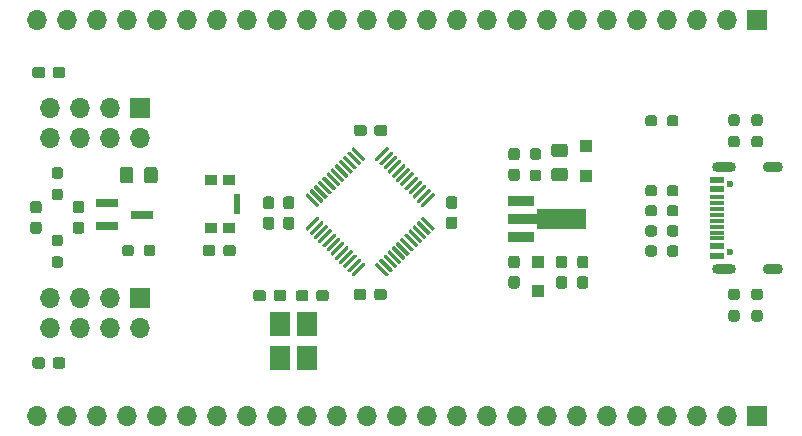
<source format=gts>
G04 #@! TF.GenerationSoftware,KiCad,Pcbnew,5.1.8+dfsg1-1~bpo10+1*
G04 #@! TF.CreationDate,2020-12-17T11:19:26+08:00*
G04 #@! TF.ProjectId,stm32-io-extend,73746d33-322d-4696-9f2d-657874656e64,rev?*
G04 #@! TF.SameCoordinates,PX4cf27c8PY5b7b308*
G04 #@! TF.FileFunction,Soldermask,Top*
G04 #@! TF.FilePolarity,Negative*
%FSLAX46Y46*%
G04 Gerber Fmt 4.6, Leading zero omitted, Abs format (unit mm)*
G04 Created by KiCad (PCBNEW 5.1.8+dfsg1-1~bpo10+1) date 2020-12-17 11:19:26*
%MOMM*%
%LPD*%
G01*
G04 APERTURE LIST*
%ADD10R,1.900000X0.800000*%
%ADD11R,1.800000X2.100000*%
%ADD12C,0.100000*%
%ADD13R,2.300000X0.900000*%
%ADD14R,0.550000X1.700000*%
%ADD15R,1.000000X0.900000*%
%ADD16O,1.700000X1.700000*%
%ADD17R,1.700000X1.700000*%
%ADD18R,1.160000X0.600000*%
%ADD19C,0.600000*%
%ADD20R,1.160000X0.300000*%
%ADD21O,1.700000X0.900000*%
%ADD22O,2.000000X0.900000*%
%ADD23R,1.000000X1.000000*%
G04 APERTURE END LIST*
D10*
G04 #@! TO.C,Q1*
X12415000Y20285000D03*
X9415000Y19335000D03*
X9415000Y21235000D03*
G04 #@! TD*
G04 #@! TO.C,D5*
G36*
G01*
X7252500Y20405000D02*
X6777500Y20405000D01*
G75*
G02*
X6540000Y20642500I0J237500D01*
G01*
X6540000Y21217500D01*
G75*
G02*
X6777500Y21455000I237500J0D01*
G01*
X7252500Y21455000D01*
G75*
G02*
X7490000Y21217500I0J-237500D01*
G01*
X7490000Y20642500D01*
G75*
G02*
X7252500Y20405000I-237500J0D01*
G01*
G37*
G36*
G01*
X7252500Y18655000D02*
X6777500Y18655000D01*
G75*
G02*
X6540000Y18892500I0J237500D01*
G01*
X6540000Y19467500D01*
G75*
G02*
X6777500Y19705000I237500J0D01*
G01*
X7252500Y19705000D01*
G75*
G02*
X7490000Y19467500I0J-237500D01*
G01*
X7490000Y18892500D01*
G75*
G02*
X7252500Y18655000I-237500J0D01*
G01*
G37*
G04 #@! TD*
G04 #@! TO.C,D4*
G36*
G01*
X3652500Y20405000D02*
X3177500Y20405000D01*
G75*
G02*
X2940000Y20642500I0J237500D01*
G01*
X2940000Y21217500D01*
G75*
G02*
X3177500Y21455000I237500J0D01*
G01*
X3652500Y21455000D01*
G75*
G02*
X3890000Y21217500I0J-237500D01*
G01*
X3890000Y20642500D01*
G75*
G02*
X3652500Y20405000I-237500J0D01*
G01*
G37*
G36*
G01*
X3652500Y18655000D02*
X3177500Y18655000D01*
G75*
G02*
X2940000Y18892500I0J237500D01*
G01*
X2940000Y19467500D01*
G75*
G02*
X3177500Y19705000I237500J0D01*
G01*
X3652500Y19705000D01*
G75*
G02*
X3890000Y19467500I0J-237500D01*
G01*
X3890000Y18892500D01*
G75*
G02*
X3652500Y18655000I-237500J0D01*
G01*
G37*
G04 #@! TD*
D11*
G04 #@! TO.C,Y1*
X24055000Y8165000D03*
X24055000Y11065000D03*
X26355000Y11065000D03*
X26355000Y8165000D03*
G04 #@! TD*
G04 #@! TO.C,U2*
G36*
G01*
X27189516Y20939264D02*
X26252600Y21876180D01*
G75*
G02*
X26252600Y21982246I53033J53033D01*
G01*
X26358666Y22088312D01*
G75*
G02*
X26464732Y22088312I53033J-53033D01*
G01*
X27401648Y21151396D01*
G75*
G02*
X27401648Y21045330I-53033J-53033D01*
G01*
X27295582Y20939264D01*
G75*
G02*
X27189516Y20939264I-53033J53033D01*
G01*
G37*
G36*
G01*
X27543070Y21292818D02*
X26606154Y22229734D01*
G75*
G02*
X26606154Y22335800I53033J53033D01*
G01*
X26712220Y22441866D01*
G75*
G02*
X26818286Y22441866I53033J-53033D01*
G01*
X27755202Y21504950D01*
G75*
G02*
X27755202Y21398884I-53033J-53033D01*
G01*
X27649136Y21292818D01*
G75*
G02*
X27543070Y21292818I-53033J53033D01*
G01*
G37*
G36*
G01*
X27896623Y21646371D02*
X26959707Y22583287D01*
G75*
G02*
X26959707Y22689353I53033J53033D01*
G01*
X27065773Y22795419D01*
G75*
G02*
X27171839Y22795419I53033J-53033D01*
G01*
X28108755Y21858503D01*
G75*
G02*
X28108755Y21752437I-53033J-53033D01*
G01*
X28002689Y21646371D01*
G75*
G02*
X27896623Y21646371I-53033J53033D01*
G01*
G37*
G36*
G01*
X28250177Y21999925D02*
X27313261Y22936841D01*
G75*
G02*
X27313261Y23042907I53033J53033D01*
G01*
X27419327Y23148973D01*
G75*
G02*
X27525393Y23148973I53033J-53033D01*
G01*
X28462309Y22212057D01*
G75*
G02*
X28462309Y22105991I-53033J-53033D01*
G01*
X28356243Y21999925D01*
G75*
G02*
X28250177Y21999925I-53033J53033D01*
G01*
G37*
G36*
G01*
X28603730Y22353478D02*
X27666814Y23290394D01*
G75*
G02*
X27666814Y23396460I53033J53033D01*
G01*
X27772880Y23502526D01*
G75*
G02*
X27878946Y23502526I53033J-53033D01*
G01*
X28815862Y22565610D01*
G75*
G02*
X28815862Y22459544I-53033J-53033D01*
G01*
X28709796Y22353478D01*
G75*
G02*
X28603730Y22353478I-53033J53033D01*
G01*
G37*
G36*
G01*
X28957283Y22707031D02*
X28020367Y23643947D01*
G75*
G02*
X28020367Y23750013I53033J53033D01*
G01*
X28126433Y23856079D01*
G75*
G02*
X28232499Y23856079I53033J-53033D01*
G01*
X29169415Y22919163D01*
G75*
G02*
X29169415Y22813097I-53033J-53033D01*
G01*
X29063349Y22707031D01*
G75*
G02*
X28957283Y22707031I-53033J53033D01*
G01*
G37*
G36*
G01*
X29310837Y23060585D02*
X28373921Y23997501D01*
G75*
G02*
X28373921Y24103567I53033J53033D01*
G01*
X28479987Y24209633D01*
G75*
G02*
X28586053Y24209633I53033J-53033D01*
G01*
X29522969Y23272717D01*
G75*
G02*
X29522969Y23166651I-53033J-53033D01*
G01*
X29416903Y23060585D01*
G75*
G02*
X29310837Y23060585I-53033J53033D01*
G01*
G37*
G36*
G01*
X29664390Y23414138D02*
X28727474Y24351054D01*
G75*
G02*
X28727474Y24457120I53033J53033D01*
G01*
X28833540Y24563186D01*
G75*
G02*
X28939606Y24563186I53033J-53033D01*
G01*
X29876522Y23626270D01*
G75*
G02*
X29876522Y23520204I-53033J-53033D01*
G01*
X29770456Y23414138D01*
G75*
G02*
X29664390Y23414138I-53033J53033D01*
G01*
G37*
G36*
G01*
X30017943Y23767691D02*
X29081027Y24704607D01*
G75*
G02*
X29081027Y24810673I53033J53033D01*
G01*
X29187093Y24916739D01*
G75*
G02*
X29293159Y24916739I53033J-53033D01*
G01*
X30230075Y23979823D01*
G75*
G02*
X30230075Y23873757I-53033J-53033D01*
G01*
X30124009Y23767691D01*
G75*
G02*
X30017943Y23767691I-53033J53033D01*
G01*
G37*
G36*
G01*
X30371497Y24121245D02*
X29434581Y25058161D01*
G75*
G02*
X29434581Y25164227I53033J53033D01*
G01*
X29540647Y25270293D01*
G75*
G02*
X29646713Y25270293I53033J-53033D01*
G01*
X30583629Y24333377D01*
G75*
G02*
X30583629Y24227311I-53033J-53033D01*
G01*
X30477563Y24121245D01*
G75*
G02*
X30371497Y24121245I-53033J53033D01*
G01*
G37*
G36*
G01*
X30725050Y24474798D02*
X29788134Y25411714D01*
G75*
G02*
X29788134Y25517780I53033J53033D01*
G01*
X29894200Y25623846D01*
G75*
G02*
X30000266Y25623846I53033J-53033D01*
G01*
X30937182Y24686930D01*
G75*
G02*
X30937182Y24580864I-53033J-53033D01*
G01*
X30831116Y24474798D01*
G75*
G02*
X30725050Y24474798I-53033J53033D01*
G01*
G37*
G36*
G01*
X31078604Y24828352D02*
X30141688Y25765268D01*
G75*
G02*
X30141688Y25871334I53033J53033D01*
G01*
X30247754Y25977400D01*
G75*
G02*
X30353820Y25977400I53033J-53033D01*
G01*
X31290736Y25040484D01*
G75*
G02*
X31290736Y24934418I-53033J-53033D01*
G01*
X31184670Y24828352D01*
G75*
G02*
X31078604Y24828352I-53033J53033D01*
G01*
G37*
G36*
G01*
X32245330Y24828352D02*
X32139264Y24934418D01*
G75*
G02*
X32139264Y25040484I53033J53033D01*
G01*
X33076180Y25977400D01*
G75*
G02*
X33182246Y25977400I53033J-53033D01*
G01*
X33288312Y25871334D01*
G75*
G02*
X33288312Y25765268I-53033J-53033D01*
G01*
X32351396Y24828352D01*
G75*
G02*
X32245330Y24828352I-53033J53033D01*
G01*
G37*
G36*
G01*
X32598884Y24474798D02*
X32492818Y24580864D01*
G75*
G02*
X32492818Y24686930I53033J53033D01*
G01*
X33429734Y25623846D01*
G75*
G02*
X33535800Y25623846I53033J-53033D01*
G01*
X33641866Y25517780D01*
G75*
G02*
X33641866Y25411714I-53033J-53033D01*
G01*
X32704950Y24474798D01*
G75*
G02*
X32598884Y24474798I-53033J53033D01*
G01*
G37*
G36*
G01*
X32952437Y24121245D02*
X32846371Y24227311D01*
G75*
G02*
X32846371Y24333377I53033J53033D01*
G01*
X33783287Y25270293D01*
G75*
G02*
X33889353Y25270293I53033J-53033D01*
G01*
X33995419Y25164227D01*
G75*
G02*
X33995419Y25058161I-53033J-53033D01*
G01*
X33058503Y24121245D01*
G75*
G02*
X32952437Y24121245I-53033J53033D01*
G01*
G37*
G36*
G01*
X33305991Y23767691D02*
X33199925Y23873757D01*
G75*
G02*
X33199925Y23979823I53033J53033D01*
G01*
X34136841Y24916739D01*
G75*
G02*
X34242907Y24916739I53033J-53033D01*
G01*
X34348973Y24810673D01*
G75*
G02*
X34348973Y24704607I-53033J-53033D01*
G01*
X33412057Y23767691D01*
G75*
G02*
X33305991Y23767691I-53033J53033D01*
G01*
G37*
G36*
G01*
X33659544Y23414138D02*
X33553478Y23520204D01*
G75*
G02*
X33553478Y23626270I53033J53033D01*
G01*
X34490394Y24563186D01*
G75*
G02*
X34596460Y24563186I53033J-53033D01*
G01*
X34702526Y24457120D01*
G75*
G02*
X34702526Y24351054I-53033J-53033D01*
G01*
X33765610Y23414138D01*
G75*
G02*
X33659544Y23414138I-53033J53033D01*
G01*
G37*
G36*
G01*
X34013097Y23060585D02*
X33907031Y23166651D01*
G75*
G02*
X33907031Y23272717I53033J53033D01*
G01*
X34843947Y24209633D01*
G75*
G02*
X34950013Y24209633I53033J-53033D01*
G01*
X35056079Y24103567D01*
G75*
G02*
X35056079Y23997501I-53033J-53033D01*
G01*
X34119163Y23060585D01*
G75*
G02*
X34013097Y23060585I-53033J53033D01*
G01*
G37*
G36*
G01*
X34366651Y22707031D02*
X34260585Y22813097D01*
G75*
G02*
X34260585Y22919163I53033J53033D01*
G01*
X35197501Y23856079D01*
G75*
G02*
X35303567Y23856079I53033J-53033D01*
G01*
X35409633Y23750013D01*
G75*
G02*
X35409633Y23643947I-53033J-53033D01*
G01*
X34472717Y22707031D01*
G75*
G02*
X34366651Y22707031I-53033J53033D01*
G01*
G37*
G36*
G01*
X34720204Y22353478D02*
X34614138Y22459544D01*
G75*
G02*
X34614138Y22565610I53033J53033D01*
G01*
X35551054Y23502526D01*
G75*
G02*
X35657120Y23502526I53033J-53033D01*
G01*
X35763186Y23396460D01*
G75*
G02*
X35763186Y23290394I-53033J-53033D01*
G01*
X34826270Y22353478D01*
G75*
G02*
X34720204Y22353478I-53033J53033D01*
G01*
G37*
G36*
G01*
X35073757Y21999925D02*
X34967691Y22105991D01*
G75*
G02*
X34967691Y22212057I53033J53033D01*
G01*
X35904607Y23148973D01*
G75*
G02*
X36010673Y23148973I53033J-53033D01*
G01*
X36116739Y23042907D01*
G75*
G02*
X36116739Y22936841I-53033J-53033D01*
G01*
X35179823Y21999925D01*
G75*
G02*
X35073757Y21999925I-53033J53033D01*
G01*
G37*
G36*
G01*
X35427311Y21646371D02*
X35321245Y21752437D01*
G75*
G02*
X35321245Y21858503I53033J53033D01*
G01*
X36258161Y22795419D01*
G75*
G02*
X36364227Y22795419I53033J-53033D01*
G01*
X36470293Y22689353D01*
G75*
G02*
X36470293Y22583287I-53033J-53033D01*
G01*
X35533377Y21646371D01*
G75*
G02*
X35427311Y21646371I-53033J53033D01*
G01*
G37*
G36*
G01*
X35780864Y21292818D02*
X35674798Y21398884D01*
G75*
G02*
X35674798Y21504950I53033J53033D01*
G01*
X36611714Y22441866D01*
G75*
G02*
X36717780Y22441866I53033J-53033D01*
G01*
X36823846Y22335800D01*
G75*
G02*
X36823846Y22229734I-53033J-53033D01*
G01*
X35886930Y21292818D01*
G75*
G02*
X35780864Y21292818I-53033J53033D01*
G01*
G37*
G36*
G01*
X36134418Y20939264D02*
X36028352Y21045330D01*
G75*
G02*
X36028352Y21151396I53033J53033D01*
G01*
X36965268Y22088312D01*
G75*
G02*
X37071334Y22088312I53033J-53033D01*
G01*
X37177400Y21982246D01*
G75*
G02*
X37177400Y21876180I-53033J-53033D01*
G01*
X36240484Y20939264D01*
G75*
G02*
X36134418Y20939264I-53033J53033D01*
G01*
G37*
G36*
G01*
X36965268Y18941688D02*
X36028352Y19878604D01*
G75*
G02*
X36028352Y19984670I53033J53033D01*
G01*
X36134418Y20090736D01*
G75*
G02*
X36240484Y20090736I53033J-53033D01*
G01*
X37177400Y19153820D01*
G75*
G02*
X37177400Y19047754I-53033J-53033D01*
G01*
X37071334Y18941688D01*
G75*
G02*
X36965268Y18941688I-53033J53033D01*
G01*
G37*
G36*
G01*
X36611714Y18588134D02*
X35674798Y19525050D01*
G75*
G02*
X35674798Y19631116I53033J53033D01*
G01*
X35780864Y19737182D01*
G75*
G02*
X35886930Y19737182I53033J-53033D01*
G01*
X36823846Y18800266D01*
G75*
G02*
X36823846Y18694200I-53033J-53033D01*
G01*
X36717780Y18588134D01*
G75*
G02*
X36611714Y18588134I-53033J53033D01*
G01*
G37*
G36*
G01*
X36258161Y18234581D02*
X35321245Y19171497D01*
G75*
G02*
X35321245Y19277563I53033J53033D01*
G01*
X35427311Y19383629D01*
G75*
G02*
X35533377Y19383629I53033J-53033D01*
G01*
X36470293Y18446713D01*
G75*
G02*
X36470293Y18340647I-53033J-53033D01*
G01*
X36364227Y18234581D01*
G75*
G02*
X36258161Y18234581I-53033J53033D01*
G01*
G37*
G36*
G01*
X35904607Y17881027D02*
X34967691Y18817943D01*
G75*
G02*
X34967691Y18924009I53033J53033D01*
G01*
X35073757Y19030075D01*
G75*
G02*
X35179823Y19030075I53033J-53033D01*
G01*
X36116739Y18093159D01*
G75*
G02*
X36116739Y17987093I-53033J-53033D01*
G01*
X36010673Y17881027D01*
G75*
G02*
X35904607Y17881027I-53033J53033D01*
G01*
G37*
G36*
G01*
X35551054Y17527474D02*
X34614138Y18464390D01*
G75*
G02*
X34614138Y18570456I53033J53033D01*
G01*
X34720204Y18676522D01*
G75*
G02*
X34826270Y18676522I53033J-53033D01*
G01*
X35763186Y17739606D01*
G75*
G02*
X35763186Y17633540I-53033J-53033D01*
G01*
X35657120Y17527474D01*
G75*
G02*
X35551054Y17527474I-53033J53033D01*
G01*
G37*
G36*
G01*
X35197501Y17173921D02*
X34260585Y18110837D01*
G75*
G02*
X34260585Y18216903I53033J53033D01*
G01*
X34366651Y18322969D01*
G75*
G02*
X34472717Y18322969I53033J-53033D01*
G01*
X35409633Y17386053D01*
G75*
G02*
X35409633Y17279987I-53033J-53033D01*
G01*
X35303567Y17173921D01*
G75*
G02*
X35197501Y17173921I-53033J53033D01*
G01*
G37*
G36*
G01*
X34843947Y16820367D02*
X33907031Y17757283D01*
G75*
G02*
X33907031Y17863349I53033J53033D01*
G01*
X34013097Y17969415D01*
G75*
G02*
X34119163Y17969415I53033J-53033D01*
G01*
X35056079Y17032499D01*
G75*
G02*
X35056079Y16926433I-53033J-53033D01*
G01*
X34950013Y16820367D01*
G75*
G02*
X34843947Y16820367I-53033J53033D01*
G01*
G37*
G36*
G01*
X34490394Y16466814D02*
X33553478Y17403730D01*
G75*
G02*
X33553478Y17509796I53033J53033D01*
G01*
X33659544Y17615862D01*
G75*
G02*
X33765610Y17615862I53033J-53033D01*
G01*
X34702526Y16678946D01*
G75*
G02*
X34702526Y16572880I-53033J-53033D01*
G01*
X34596460Y16466814D01*
G75*
G02*
X34490394Y16466814I-53033J53033D01*
G01*
G37*
G36*
G01*
X34136841Y16113261D02*
X33199925Y17050177D01*
G75*
G02*
X33199925Y17156243I53033J53033D01*
G01*
X33305991Y17262309D01*
G75*
G02*
X33412057Y17262309I53033J-53033D01*
G01*
X34348973Y16325393D01*
G75*
G02*
X34348973Y16219327I-53033J-53033D01*
G01*
X34242907Y16113261D01*
G75*
G02*
X34136841Y16113261I-53033J53033D01*
G01*
G37*
G36*
G01*
X33783287Y15759707D02*
X32846371Y16696623D01*
G75*
G02*
X32846371Y16802689I53033J53033D01*
G01*
X32952437Y16908755D01*
G75*
G02*
X33058503Y16908755I53033J-53033D01*
G01*
X33995419Y15971839D01*
G75*
G02*
X33995419Y15865773I-53033J-53033D01*
G01*
X33889353Y15759707D01*
G75*
G02*
X33783287Y15759707I-53033J53033D01*
G01*
G37*
G36*
G01*
X33429734Y15406154D02*
X32492818Y16343070D01*
G75*
G02*
X32492818Y16449136I53033J53033D01*
G01*
X32598884Y16555202D01*
G75*
G02*
X32704950Y16555202I53033J-53033D01*
G01*
X33641866Y15618286D01*
G75*
G02*
X33641866Y15512220I-53033J-53033D01*
G01*
X33535800Y15406154D01*
G75*
G02*
X33429734Y15406154I-53033J53033D01*
G01*
G37*
G36*
G01*
X33076180Y15052600D02*
X32139264Y15989516D01*
G75*
G02*
X32139264Y16095582I53033J53033D01*
G01*
X32245330Y16201648D01*
G75*
G02*
X32351396Y16201648I53033J-53033D01*
G01*
X33288312Y15264732D01*
G75*
G02*
X33288312Y15158666I-53033J-53033D01*
G01*
X33182246Y15052600D01*
G75*
G02*
X33076180Y15052600I-53033J53033D01*
G01*
G37*
G36*
G01*
X30247754Y15052600D02*
X30141688Y15158666D01*
G75*
G02*
X30141688Y15264732I53033J53033D01*
G01*
X31078604Y16201648D01*
G75*
G02*
X31184670Y16201648I53033J-53033D01*
G01*
X31290736Y16095582D01*
G75*
G02*
X31290736Y15989516I-53033J-53033D01*
G01*
X30353820Y15052600D01*
G75*
G02*
X30247754Y15052600I-53033J53033D01*
G01*
G37*
G36*
G01*
X29894200Y15406154D02*
X29788134Y15512220D01*
G75*
G02*
X29788134Y15618286I53033J53033D01*
G01*
X30725050Y16555202D01*
G75*
G02*
X30831116Y16555202I53033J-53033D01*
G01*
X30937182Y16449136D01*
G75*
G02*
X30937182Y16343070I-53033J-53033D01*
G01*
X30000266Y15406154D01*
G75*
G02*
X29894200Y15406154I-53033J53033D01*
G01*
G37*
G36*
G01*
X29540647Y15759707D02*
X29434581Y15865773D01*
G75*
G02*
X29434581Y15971839I53033J53033D01*
G01*
X30371497Y16908755D01*
G75*
G02*
X30477563Y16908755I53033J-53033D01*
G01*
X30583629Y16802689D01*
G75*
G02*
X30583629Y16696623I-53033J-53033D01*
G01*
X29646713Y15759707D01*
G75*
G02*
X29540647Y15759707I-53033J53033D01*
G01*
G37*
G36*
G01*
X29187093Y16113261D02*
X29081027Y16219327D01*
G75*
G02*
X29081027Y16325393I53033J53033D01*
G01*
X30017943Y17262309D01*
G75*
G02*
X30124009Y17262309I53033J-53033D01*
G01*
X30230075Y17156243D01*
G75*
G02*
X30230075Y17050177I-53033J-53033D01*
G01*
X29293159Y16113261D01*
G75*
G02*
X29187093Y16113261I-53033J53033D01*
G01*
G37*
G36*
G01*
X28833540Y16466814D02*
X28727474Y16572880D01*
G75*
G02*
X28727474Y16678946I53033J53033D01*
G01*
X29664390Y17615862D01*
G75*
G02*
X29770456Y17615862I53033J-53033D01*
G01*
X29876522Y17509796D01*
G75*
G02*
X29876522Y17403730I-53033J-53033D01*
G01*
X28939606Y16466814D01*
G75*
G02*
X28833540Y16466814I-53033J53033D01*
G01*
G37*
G36*
G01*
X28479987Y16820367D02*
X28373921Y16926433D01*
G75*
G02*
X28373921Y17032499I53033J53033D01*
G01*
X29310837Y17969415D01*
G75*
G02*
X29416903Y17969415I53033J-53033D01*
G01*
X29522969Y17863349D01*
G75*
G02*
X29522969Y17757283I-53033J-53033D01*
G01*
X28586053Y16820367D01*
G75*
G02*
X28479987Y16820367I-53033J53033D01*
G01*
G37*
G36*
G01*
X28126433Y17173921D02*
X28020367Y17279987D01*
G75*
G02*
X28020367Y17386053I53033J53033D01*
G01*
X28957283Y18322969D01*
G75*
G02*
X29063349Y18322969I53033J-53033D01*
G01*
X29169415Y18216903D01*
G75*
G02*
X29169415Y18110837I-53033J-53033D01*
G01*
X28232499Y17173921D01*
G75*
G02*
X28126433Y17173921I-53033J53033D01*
G01*
G37*
G36*
G01*
X27772880Y17527474D02*
X27666814Y17633540D01*
G75*
G02*
X27666814Y17739606I53033J53033D01*
G01*
X28603730Y18676522D01*
G75*
G02*
X28709796Y18676522I53033J-53033D01*
G01*
X28815862Y18570456D01*
G75*
G02*
X28815862Y18464390I-53033J-53033D01*
G01*
X27878946Y17527474D01*
G75*
G02*
X27772880Y17527474I-53033J53033D01*
G01*
G37*
G36*
G01*
X27419327Y17881027D02*
X27313261Y17987093D01*
G75*
G02*
X27313261Y18093159I53033J53033D01*
G01*
X28250177Y19030075D01*
G75*
G02*
X28356243Y19030075I53033J-53033D01*
G01*
X28462309Y18924009D01*
G75*
G02*
X28462309Y18817943I-53033J-53033D01*
G01*
X27525393Y17881027D01*
G75*
G02*
X27419327Y17881027I-53033J53033D01*
G01*
G37*
G36*
G01*
X27065773Y18234581D02*
X26959707Y18340647D01*
G75*
G02*
X26959707Y18446713I53033J53033D01*
G01*
X27896623Y19383629D01*
G75*
G02*
X28002689Y19383629I53033J-53033D01*
G01*
X28108755Y19277563D01*
G75*
G02*
X28108755Y19171497I-53033J-53033D01*
G01*
X27171839Y18234581D01*
G75*
G02*
X27065773Y18234581I-53033J53033D01*
G01*
G37*
G36*
G01*
X26712220Y18588134D02*
X26606154Y18694200D01*
G75*
G02*
X26606154Y18800266I53033J53033D01*
G01*
X27543070Y19737182D01*
G75*
G02*
X27649136Y19737182I53033J-53033D01*
G01*
X27755202Y19631116D01*
G75*
G02*
X27755202Y19525050I-53033J-53033D01*
G01*
X26818286Y18588134D01*
G75*
G02*
X26712220Y18588134I-53033J53033D01*
G01*
G37*
G36*
G01*
X26358666Y18941688D02*
X26252600Y19047754D01*
G75*
G02*
X26252600Y19153820I53033J53033D01*
G01*
X27189516Y20090736D01*
G75*
G02*
X27295582Y20090736I53033J-53033D01*
G01*
X27401648Y19984670D01*
G75*
G02*
X27401648Y19878604I-53033J-53033D01*
G01*
X26464732Y18941688D01*
G75*
G02*
X26358666Y18941688I-53033J53033D01*
G01*
G37*
G04 #@! TD*
D12*
G04 #@! TO.C,U1*
G36*
X49955000Y19038500D02*
G01*
X45830000Y19038500D01*
X45830000Y19455000D01*
X43355000Y19455000D01*
X43355000Y20355000D01*
X45830000Y20355000D01*
X45830000Y20771500D01*
X49955000Y20771500D01*
X49955000Y19038500D01*
G37*
D13*
X44505000Y18405000D03*
X44505000Y21405000D03*
G04 #@! TD*
D14*
G04 #@! TO.C,SW1*
X20420000Y21195000D03*
D15*
X19795000Y23245000D03*
X18195000Y23245000D03*
X19795000Y19145000D03*
X18195000Y19145000D03*
G04 #@! TD*
G04 #@! TO.C,R13*
G36*
G01*
X62277500Y12200000D02*
X62752500Y12200000D01*
G75*
G02*
X62990000Y11962500I0J-237500D01*
G01*
X62990000Y11462500D01*
G75*
G02*
X62752500Y11225000I-237500J0D01*
G01*
X62277500Y11225000D01*
G75*
G02*
X62040000Y11462500I0J237500D01*
G01*
X62040000Y11962500D01*
G75*
G02*
X62277500Y12200000I237500J0D01*
G01*
G37*
G36*
G01*
X62277500Y14025000D02*
X62752500Y14025000D01*
G75*
G02*
X62990000Y13787500I0J-237500D01*
G01*
X62990000Y13287500D01*
G75*
G02*
X62752500Y13050000I-237500J0D01*
G01*
X62277500Y13050000D01*
G75*
G02*
X62040000Y13287500I0J237500D01*
G01*
X62040000Y13787500D01*
G75*
G02*
X62277500Y14025000I237500J0D01*
G01*
G37*
G04 #@! TD*
G04 #@! TO.C,R12*
G36*
G01*
X64702500Y13050000D02*
X64227500Y13050000D01*
G75*
G02*
X63990000Y13287500I0J237500D01*
G01*
X63990000Y13787500D01*
G75*
G02*
X64227500Y14025000I237500J0D01*
G01*
X64702500Y14025000D01*
G75*
G02*
X64940000Y13787500I0J-237500D01*
G01*
X64940000Y13287500D01*
G75*
G02*
X64702500Y13050000I-237500J0D01*
G01*
G37*
G36*
G01*
X64702500Y11225000D02*
X64227500Y11225000D01*
G75*
G02*
X63990000Y11462500I0J237500D01*
G01*
X63990000Y11962500D01*
G75*
G02*
X64227500Y12200000I237500J0D01*
G01*
X64702500Y12200000D01*
G75*
G02*
X64940000Y11962500I0J-237500D01*
G01*
X64940000Y11462500D01*
G75*
G02*
X64702500Y11225000I-237500J0D01*
G01*
G37*
G04 #@! TD*
G04 #@! TO.C,R11*
G36*
G01*
X62752500Y27800000D02*
X62277500Y27800000D01*
G75*
G02*
X62040000Y28037500I0J237500D01*
G01*
X62040000Y28537500D01*
G75*
G02*
X62277500Y28775000I237500J0D01*
G01*
X62752500Y28775000D01*
G75*
G02*
X62990000Y28537500I0J-237500D01*
G01*
X62990000Y28037500D01*
G75*
G02*
X62752500Y27800000I-237500J0D01*
G01*
G37*
G36*
G01*
X62752500Y25975000D02*
X62277500Y25975000D01*
G75*
G02*
X62040000Y26212500I0J237500D01*
G01*
X62040000Y26712500D01*
G75*
G02*
X62277500Y26950000I237500J0D01*
G01*
X62752500Y26950000D01*
G75*
G02*
X62990000Y26712500I0J-237500D01*
G01*
X62990000Y26212500D01*
G75*
G02*
X62752500Y25975000I-237500J0D01*
G01*
G37*
G04 #@! TD*
G04 #@! TO.C,R10*
G36*
G01*
X64227500Y26950000D02*
X64702500Y26950000D01*
G75*
G02*
X64940000Y26712500I0J-237500D01*
G01*
X64940000Y26212500D01*
G75*
G02*
X64702500Y25975000I-237500J0D01*
G01*
X64227500Y25975000D01*
G75*
G02*
X63990000Y26212500I0J237500D01*
G01*
X63990000Y26712500D01*
G75*
G02*
X64227500Y26950000I237500J0D01*
G01*
G37*
G36*
G01*
X64227500Y28775000D02*
X64702500Y28775000D01*
G75*
G02*
X64940000Y28537500I0J-237500D01*
G01*
X64940000Y28037500D01*
G75*
G02*
X64702500Y27800000I-237500J0D01*
G01*
X64227500Y27800000D01*
G75*
G02*
X63990000Y28037500I0J237500D01*
G01*
X63990000Y28537500D01*
G75*
G02*
X64227500Y28775000I237500J0D01*
G01*
G37*
G04 #@! TD*
G04 #@! TO.C,R9*
G36*
G01*
X4977500Y16760000D02*
X5452500Y16760000D01*
G75*
G02*
X5690000Y16522500I0J-237500D01*
G01*
X5690000Y16022500D01*
G75*
G02*
X5452500Y15785000I-237500J0D01*
G01*
X4977500Y15785000D01*
G75*
G02*
X4740000Y16022500I0J237500D01*
G01*
X4740000Y16522500D01*
G75*
G02*
X4977500Y16760000I237500J0D01*
G01*
G37*
G36*
G01*
X4977500Y18585000D02*
X5452500Y18585000D01*
G75*
G02*
X5690000Y18347500I0J-237500D01*
G01*
X5690000Y17847500D01*
G75*
G02*
X5452500Y17610000I-237500J0D01*
G01*
X4977500Y17610000D01*
G75*
G02*
X4740000Y17847500I0J237500D01*
G01*
X4740000Y18347500D01*
G75*
G02*
X4977500Y18585000I237500J0D01*
G01*
G37*
G04 #@! TD*
G04 #@! TO.C,R8*
G36*
G01*
X12540000Y17007500D02*
X12540000Y17482500D01*
G75*
G02*
X12777500Y17720000I237500J0D01*
G01*
X13277500Y17720000D01*
G75*
G02*
X13515000Y17482500I0J-237500D01*
G01*
X13515000Y17007500D01*
G75*
G02*
X13277500Y16770000I-237500J0D01*
G01*
X12777500Y16770000D01*
G75*
G02*
X12540000Y17007500I0J237500D01*
G01*
G37*
G36*
G01*
X10715000Y17007500D02*
X10715000Y17482500D01*
G75*
G02*
X10952500Y17720000I237500J0D01*
G01*
X11452500Y17720000D01*
G75*
G02*
X11690000Y17482500I0J-237500D01*
G01*
X11690000Y17007500D01*
G75*
G02*
X11452500Y16770000I-237500J0D01*
G01*
X10952500Y16770000D01*
G75*
G02*
X10715000Y17007500I0J237500D01*
G01*
G37*
G04 #@! TD*
G04 #@! TO.C,R7*
G36*
G01*
X5452500Y23330000D02*
X4977500Y23330000D01*
G75*
G02*
X4740000Y23567500I0J237500D01*
G01*
X4740000Y24067500D01*
G75*
G02*
X4977500Y24305000I237500J0D01*
G01*
X5452500Y24305000D01*
G75*
G02*
X5690000Y24067500I0J-237500D01*
G01*
X5690000Y23567500D01*
G75*
G02*
X5452500Y23330000I-237500J0D01*
G01*
G37*
G36*
G01*
X5452500Y21505000D02*
X4977500Y21505000D01*
G75*
G02*
X4740000Y21742500I0J237500D01*
G01*
X4740000Y22242500D01*
G75*
G02*
X4977500Y22480000I237500J0D01*
G01*
X5452500Y22480000D01*
G75*
G02*
X5690000Y22242500I0J-237500D01*
G01*
X5690000Y21742500D01*
G75*
G02*
X5452500Y21505000I-237500J0D01*
G01*
G37*
G04 #@! TD*
G04 #@! TO.C,R6*
G36*
G01*
X56840000Y27987500D02*
X56840000Y28462500D01*
G75*
G02*
X57077500Y28700000I237500J0D01*
G01*
X57577500Y28700000D01*
G75*
G02*
X57815000Y28462500I0J-237500D01*
G01*
X57815000Y27987500D01*
G75*
G02*
X57577500Y27750000I-237500J0D01*
G01*
X57077500Y27750000D01*
G75*
G02*
X56840000Y27987500I0J237500D01*
G01*
G37*
G36*
G01*
X55015000Y27987500D02*
X55015000Y28462500D01*
G75*
G02*
X55252500Y28700000I237500J0D01*
G01*
X55752500Y28700000D01*
G75*
G02*
X55990000Y28462500I0J-237500D01*
G01*
X55990000Y27987500D01*
G75*
G02*
X55752500Y27750000I-237500J0D01*
G01*
X55252500Y27750000D01*
G75*
G02*
X55015000Y27987500I0J237500D01*
G01*
G37*
G04 #@! TD*
G04 #@! TO.C,R5*
G36*
G01*
X56840000Y20367500D02*
X56840000Y20842500D01*
G75*
G02*
X57077500Y21080000I237500J0D01*
G01*
X57577500Y21080000D01*
G75*
G02*
X57815000Y20842500I0J-237500D01*
G01*
X57815000Y20367500D01*
G75*
G02*
X57577500Y20130000I-237500J0D01*
G01*
X57077500Y20130000D01*
G75*
G02*
X56840000Y20367500I0J237500D01*
G01*
G37*
G36*
G01*
X55015000Y20367500D02*
X55015000Y20842500D01*
G75*
G02*
X55252500Y21080000I237500J0D01*
G01*
X55752500Y21080000D01*
G75*
G02*
X55990000Y20842500I0J-237500D01*
G01*
X55990000Y20367500D01*
G75*
G02*
X55752500Y20130000I-237500J0D01*
G01*
X55252500Y20130000D01*
G75*
G02*
X55015000Y20367500I0J237500D01*
G01*
G37*
G04 #@! TD*
G04 #@! TO.C,R4*
G36*
G01*
X55990000Y22542500D02*
X55990000Y22067500D01*
G75*
G02*
X55752500Y21830000I-237500J0D01*
G01*
X55252500Y21830000D01*
G75*
G02*
X55015000Y22067500I0J237500D01*
G01*
X55015000Y22542500D01*
G75*
G02*
X55252500Y22780000I237500J0D01*
G01*
X55752500Y22780000D01*
G75*
G02*
X55990000Y22542500I0J-237500D01*
G01*
G37*
G36*
G01*
X57815000Y22542500D02*
X57815000Y22067500D01*
G75*
G02*
X57577500Y21830000I-237500J0D01*
G01*
X57077500Y21830000D01*
G75*
G02*
X56840000Y22067500I0J237500D01*
G01*
X56840000Y22542500D01*
G75*
G02*
X57077500Y22780000I237500J0D01*
G01*
X57577500Y22780000D01*
G75*
G02*
X57815000Y22542500I0J-237500D01*
G01*
G37*
G04 #@! TD*
G04 #@! TO.C,R3*
G36*
G01*
X56840000Y18667500D02*
X56840000Y19142500D01*
G75*
G02*
X57077500Y19380000I237500J0D01*
G01*
X57577500Y19380000D01*
G75*
G02*
X57815000Y19142500I0J-237500D01*
G01*
X57815000Y18667500D01*
G75*
G02*
X57577500Y18430000I-237500J0D01*
G01*
X57077500Y18430000D01*
G75*
G02*
X56840000Y18667500I0J237500D01*
G01*
G37*
G36*
G01*
X55015000Y18667500D02*
X55015000Y19142500D01*
G75*
G02*
X55252500Y19380000I237500J0D01*
G01*
X55752500Y19380000D01*
G75*
G02*
X55990000Y19142500I0J-237500D01*
G01*
X55990000Y18667500D01*
G75*
G02*
X55752500Y18430000I-237500J0D01*
G01*
X55252500Y18430000D01*
G75*
G02*
X55015000Y18667500I0J237500D01*
G01*
G37*
G04 #@! TD*
G04 #@! TO.C,R2*
G36*
G01*
X56840000Y16967500D02*
X56840000Y17442500D01*
G75*
G02*
X57077500Y17680000I237500J0D01*
G01*
X57577500Y17680000D01*
G75*
G02*
X57815000Y17442500I0J-237500D01*
G01*
X57815000Y16967500D01*
G75*
G02*
X57577500Y16730000I-237500J0D01*
G01*
X57077500Y16730000D01*
G75*
G02*
X56840000Y16967500I0J237500D01*
G01*
G37*
G36*
G01*
X55015000Y16967500D02*
X55015000Y17442500D01*
G75*
G02*
X55252500Y17680000I237500J0D01*
G01*
X55752500Y17680000D01*
G75*
G02*
X55990000Y17442500I0J-237500D01*
G01*
X55990000Y16967500D01*
G75*
G02*
X55752500Y16730000I-237500J0D01*
G01*
X55252500Y16730000D01*
G75*
G02*
X55015000Y16967500I0J237500D01*
G01*
G37*
G04 #@! TD*
G04 #@! TO.C,R1*
G36*
G01*
X45952500Y24930000D02*
X45477500Y24930000D01*
G75*
G02*
X45240000Y25167500I0J237500D01*
G01*
X45240000Y25667500D01*
G75*
G02*
X45477500Y25905000I237500J0D01*
G01*
X45952500Y25905000D01*
G75*
G02*
X46190000Y25667500I0J-237500D01*
G01*
X46190000Y25167500D01*
G75*
G02*
X45952500Y24930000I-237500J0D01*
G01*
G37*
G36*
G01*
X45952500Y23105000D02*
X45477500Y23105000D01*
G75*
G02*
X45240000Y23342500I0J237500D01*
G01*
X45240000Y23842500D01*
G75*
G02*
X45477500Y24080000I237500J0D01*
G01*
X45952500Y24080000D01*
G75*
G02*
X46190000Y23842500I0J-237500D01*
G01*
X46190000Y23342500D01*
G75*
G02*
X45952500Y23105000I-237500J0D01*
G01*
G37*
G04 #@! TD*
D16*
G04 #@! TO.C,J5*
X3515000Y3275000D03*
X6055000Y3275000D03*
X8595000Y3275000D03*
X11135000Y3275000D03*
X13675000Y3275000D03*
X16215000Y3275000D03*
X18755000Y3275000D03*
X21295000Y3275000D03*
X23835000Y3275000D03*
X26375000Y3275000D03*
X28915000Y3275000D03*
X31455000Y3275000D03*
X33995000Y3275000D03*
X36535000Y3275000D03*
X39075000Y3275000D03*
X41615000Y3275000D03*
X44155000Y3275000D03*
X46695000Y3275000D03*
X49235000Y3275000D03*
X51775000Y3275000D03*
X54315000Y3275000D03*
X56855000Y3275000D03*
X59395000Y3275000D03*
X61935000Y3275000D03*
D17*
X64475000Y3275000D03*
G04 #@! TD*
D16*
G04 #@! TO.C,J4*
X3515000Y36725000D03*
X6055000Y36725000D03*
X8595000Y36725000D03*
X11135000Y36725000D03*
X13675000Y36725000D03*
X16215000Y36725000D03*
X18755000Y36725000D03*
X21295000Y36725000D03*
X23835000Y36725000D03*
X26375000Y36725000D03*
X28915000Y36725000D03*
X31455000Y36725000D03*
X33995000Y36725000D03*
X36535000Y36725000D03*
X39075000Y36725000D03*
X41615000Y36725000D03*
X44155000Y36725000D03*
X46695000Y36725000D03*
X49235000Y36725000D03*
X51775000Y36725000D03*
X54315000Y36725000D03*
X56855000Y36725000D03*
X59395000Y36725000D03*
X61935000Y36725000D03*
D17*
X64475000Y36725000D03*
G04 #@! TD*
D16*
G04 #@! TO.C,J3*
X4575000Y10675000D03*
X4575000Y13215000D03*
X7115000Y10675000D03*
X7115000Y13215000D03*
X9655000Y10675000D03*
X9655000Y13215000D03*
X12195000Y10675000D03*
D17*
X12195000Y13215000D03*
G04 #@! TD*
D16*
G04 #@! TO.C,J2*
X4575000Y26805000D03*
X4575000Y29345000D03*
X7115000Y26805000D03*
X7115000Y29345000D03*
X9655000Y26805000D03*
X9655000Y29345000D03*
X12195000Y26805000D03*
D17*
X12195000Y29345000D03*
G04 #@! TD*
D18*
G04 #@! TO.C,J1*
X61105000Y23225000D03*
X61105000Y22425000D03*
X61105000Y23225000D03*
X61105000Y22425000D03*
X61105000Y16825000D03*
X61105000Y16825000D03*
X61105000Y17625000D03*
X61105000Y17625000D03*
D19*
X62165000Y17135000D03*
X62165000Y22915000D03*
D20*
X61105000Y21775000D03*
X61105000Y20775000D03*
X61105000Y21275000D03*
X61105000Y18775000D03*
X61105000Y18275000D03*
X61105000Y20275000D03*
X61105000Y19775000D03*
X61105000Y19275000D03*
D21*
X65855000Y24345000D03*
X65855000Y15705000D03*
D22*
X61685000Y24345000D03*
X61685000Y15705000D03*
G04 #@! TD*
G04 #@! TO.C,F2*
G36*
G01*
X11665000Y24075001D02*
X11665000Y23174999D01*
G75*
G02*
X11415001Y22925000I-249999J0D01*
G01*
X10764999Y22925000D01*
G75*
G02*
X10515000Y23174999I0J249999D01*
G01*
X10515000Y24075001D01*
G75*
G02*
X10764999Y24325000I249999J0D01*
G01*
X11415001Y24325000D01*
G75*
G02*
X11665000Y24075001I0J-249999D01*
G01*
G37*
G36*
G01*
X13715000Y24075001D02*
X13715000Y23174999D01*
G75*
G02*
X13465001Y22925000I-249999J0D01*
G01*
X12814999Y22925000D01*
G75*
G02*
X12565000Y23174999I0J249999D01*
G01*
X12565000Y24075001D01*
G75*
G02*
X12814999Y24325000I249999J0D01*
G01*
X13465001Y24325000D01*
G75*
G02*
X13715000Y24075001I0J-249999D01*
G01*
G37*
G04 #@! TD*
G04 #@! TO.C,F1*
G36*
G01*
X48205001Y25155000D02*
X47304999Y25155000D01*
G75*
G02*
X47055000Y25404999I0J249999D01*
G01*
X47055000Y26055001D01*
G75*
G02*
X47304999Y26305000I249999J0D01*
G01*
X48205001Y26305000D01*
G75*
G02*
X48455000Y26055001I0J-249999D01*
G01*
X48455000Y25404999D01*
G75*
G02*
X48205001Y25155000I-249999J0D01*
G01*
G37*
G36*
G01*
X48205001Y23105000D02*
X47304999Y23105000D01*
G75*
G02*
X47055000Y23354999I0J249999D01*
G01*
X47055000Y24005001D01*
G75*
G02*
X47304999Y24255000I249999J0D01*
G01*
X48205001Y24255000D01*
G75*
G02*
X48455000Y24005001I0J-249999D01*
G01*
X48455000Y23354999D01*
G75*
G02*
X48205001Y23105000I-249999J0D01*
G01*
G37*
G04 #@! TD*
D23*
G04 #@! TO.C,D3*
X45915000Y16305000D03*
X45915000Y13805000D03*
G04 #@! TD*
G04 #@! TO.C,D2*
G36*
G01*
X44132500Y24880000D02*
X43657500Y24880000D01*
G75*
G02*
X43420000Y25117500I0J237500D01*
G01*
X43420000Y25692500D01*
G75*
G02*
X43657500Y25930000I237500J0D01*
G01*
X44132500Y25930000D01*
G75*
G02*
X44370000Y25692500I0J-237500D01*
G01*
X44370000Y25117500D01*
G75*
G02*
X44132500Y24880000I-237500J0D01*
G01*
G37*
G36*
G01*
X44132500Y23130000D02*
X43657500Y23130000D01*
G75*
G02*
X43420000Y23367500I0J237500D01*
G01*
X43420000Y23942500D01*
G75*
G02*
X43657500Y24180000I237500J0D01*
G01*
X44132500Y24180000D01*
G75*
G02*
X44370000Y23942500I0J-237500D01*
G01*
X44370000Y23367500D01*
G75*
G02*
X44132500Y23130000I-237500J0D01*
G01*
G37*
G04 #@! TD*
G04 #@! TO.C,D1*
X50015000Y23595000D03*
X50015000Y26095000D03*
G04 #@! TD*
G04 #@! TO.C,C13*
G36*
G01*
X31390000Y13762500D02*
X31390000Y13287500D01*
G75*
G02*
X31152500Y13050000I-237500J0D01*
G01*
X30552500Y13050000D01*
G75*
G02*
X30315000Y13287500I0J237500D01*
G01*
X30315000Y13762500D01*
G75*
G02*
X30552500Y14000000I237500J0D01*
G01*
X31152500Y14000000D01*
G75*
G02*
X31390000Y13762500I0J-237500D01*
G01*
G37*
G36*
G01*
X33115000Y13762500D02*
X33115000Y13287500D01*
G75*
G02*
X32877500Y13050000I-237500J0D01*
G01*
X32277500Y13050000D01*
G75*
G02*
X32040000Y13287500I0J237500D01*
G01*
X32040000Y13762500D01*
G75*
G02*
X32277500Y14000000I237500J0D01*
G01*
X32877500Y14000000D01*
G75*
G02*
X33115000Y13762500I0J-237500D01*
G01*
G37*
G04 #@! TD*
G04 #@! TO.C,C12*
G36*
G01*
X4840000Y7487500D02*
X4840000Y7962500D01*
G75*
G02*
X5077500Y8200000I237500J0D01*
G01*
X5677500Y8200000D01*
G75*
G02*
X5915000Y7962500I0J-237500D01*
G01*
X5915000Y7487500D01*
G75*
G02*
X5677500Y7250000I-237500J0D01*
G01*
X5077500Y7250000D01*
G75*
G02*
X4840000Y7487500I0J237500D01*
G01*
G37*
G36*
G01*
X3115000Y7487500D02*
X3115000Y7962500D01*
G75*
G02*
X3352500Y8200000I237500J0D01*
G01*
X3952500Y8200000D01*
G75*
G02*
X4190000Y7962500I0J-237500D01*
G01*
X4190000Y7487500D01*
G75*
G02*
X3952500Y7250000I-237500J0D01*
G01*
X3352500Y7250000D01*
G75*
G02*
X3115000Y7487500I0J237500D01*
G01*
G37*
G04 #@! TD*
G04 #@! TO.C,C11*
G36*
G01*
X4190000Y32562500D02*
X4190000Y32087500D01*
G75*
G02*
X3952500Y31850000I-237500J0D01*
G01*
X3352500Y31850000D01*
G75*
G02*
X3115000Y32087500I0J237500D01*
G01*
X3115000Y32562500D01*
G75*
G02*
X3352500Y32800000I237500J0D01*
G01*
X3952500Y32800000D01*
G75*
G02*
X4190000Y32562500I0J-237500D01*
G01*
G37*
G36*
G01*
X5915000Y32562500D02*
X5915000Y32087500D01*
G75*
G02*
X5677500Y31850000I-237500J0D01*
G01*
X5077500Y31850000D01*
G75*
G02*
X4840000Y32087500I0J237500D01*
G01*
X4840000Y32562500D01*
G75*
G02*
X5077500Y32800000I237500J0D01*
G01*
X5677500Y32800000D01*
G75*
G02*
X5915000Y32562500I0J-237500D01*
G01*
G37*
G04 #@! TD*
G04 #@! TO.C,C10*
G36*
G01*
X23352500Y20750000D02*
X22877500Y20750000D01*
G75*
G02*
X22640000Y20987500I0J237500D01*
G01*
X22640000Y21587500D01*
G75*
G02*
X22877500Y21825000I237500J0D01*
G01*
X23352500Y21825000D01*
G75*
G02*
X23590000Y21587500I0J-237500D01*
G01*
X23590000Y20987500D01*
G75*
G02*
X23352500Y20750000I-237500J0D01*
G01*
G37*
G36*
G01*
X23352500Y19025000D02*
X22877500Y19025000D01*
G75*
G02*
X22640000Y19262500I0J237500D01*
G01*
X22640000Y19862500D01*
G75*
G02*
X22877500Y20100000I237500J0D01*
G01*
X23352500Y20100000D01*
G75*
G02*
X23590000Y19862500I0J-237500D01*
G01*
X23590000Y19262500D01*
G75*
G02*
X23352500Y19025000I-237500J0D01*
G01*
G37*
G04 #@! TD*
G04 #@! TO.C,C9*
G36*
G01*
X25052500Y20750000D02*
X24577500Y20750000D01*
G75*
G02*
X24340000Y20987500I0J237500D01*
G01*
X24340000Y21587500D01*
G75*
G02*
X24577500Y21825000I237500J0D01*
G01*
X25052500Y21825000D01*
G75*
G02*
X25290000Y21587500I0J-237500D01*
G01*
X25290000Y20987500D01*
G75*
G02*
X25052500Y20750000I-237500J0D01*
G01*
G37*
G36*
G01*
X25052500Y19025000D02*
X24577500Y19025000D01*
G75*
G02*
X24340000Y19262500I0J237500D01*
G01*
X24340000Y19862500D01*
G75*
G02*
X24577500Y20100000I237500J0D01*
G01*
X25052500Y20100000D01*
G75*
G02*
X25290000Y19862500I0J-237500D01*
G01*
X25290000Y19262500D01*
G75*
G02*
X25052500Y19025000I-237500J0D01*
G01*
G37*
G04 #@! TD*
G04 #@! TO.C,C8*
G36*
G01*
X38377500Y20120000D02*
X38852500Y20120000D01*
G75*
G02*
X39090000Y19882500I0J-237500D01*
G01*
X39090000Y19282500D01*
G75*
G02*
X38852500Y19045000I-237500J0D01*
G01*
X38377500Y19045000D01*
G75*
G02*
X38140000Y19282500I0J237500D01*
G01*
X38140000Y19882500D01*
G75*
G02*
X38377500Y20120000I237500J0D01*
G01*
G37*
G36*
G01*
X38377500Y21845000D02*
X38852500Y21845000D01*
G75*
G02*
X39090000Y21607500I0J-237500D01*
G01*
X39090000Y21007500D01*
G75*
G02*
X38852500Y20770000I-237500J0D01*
G01*
X38377500Y20770000D01*
G75*
G02*
X38140000Y21007500I0J237500D01*
G01*
X38140000Y21607500D01*
G75*
G02*
X38377500Y21845000I237500J0D01*
G01*
G37*
G04 #@! TD*
G04 #@! TO.C,C7*
G36*
G01*
X32070000Y27177500D02*
X32070000Y27652500D01*
G75*
G02*
X32307500Y27890000I237500J0D01*
G01*
X32907500Y27890000D01*
G75*
G02*
X33145000Y27652500I0J-237500D01*
G01*
X33145000Y27177500D01*
G75*
G02*
X32907500Y26940000I-237500J0D01*
G01*
X32307500Y26940000D01*
G75*
G02*
X32070000Y27177500I0J237500D01*
G01*
G37*
G36*
G01*
X30345000Y27177500D02*
X30345000Y27652500D01*
G75*
G02*
X30582500Y27890000I237500J0D01*
G01*
X31182500Y27890000D01*
G75*
G02*
X31420000Y27652500I0J-237500D01*
G01*
X31420000Y27177500D01*
G75*
G02*
X31182500Y26940000I-237500J0D01*
G01*
X30582500Y26940000D01*
G75*
G02*
X30345000Y27177500I0J237500D01*
G01*
G37*
G04 #@! TD*
G04 #@! TO.C,C6*
G36*
G01*
X24615000Y13662500D02*
X24615000Y13187500D01*
G75*
G02*
X24377500Y12950000I-237500J0D01*
G01*
X23777500Y12950000D01*
G75*
G02*
X23540000Y13187500I0J237500D01*
G01*
X23540000Y13662500D01*
G75*
G02*
X23777500Y13900000I237500J0D01*
G01*
X24377500Y13900000D01*
G75*
G02*
X24615000Y13662500I0J-237500D01*
G01*
G37*
G36*
G01*
X22890000Y13662500D02*
X22890000Y13187500D01*
G75*
G02*
X22652500Y12950000I-237500J0D01*
G01*
X22052500Y12950000D01*
G75*
G02*
X21815000Y13187500I0J237500D01*
G01*
X21815000Y13662500D01*
G75*
G02*
X22052500Y13900000I237500J0D01*
G01*
X22652500Y13900000D01*
G75*
G02*
X22890000Y13662500I0J-237500D01*
G01*
G37*
G04 #@! TD*
G04 #@! TO.C,C5*
G36*
G01*
X26490000Y13662500D02*
X26490000Y13187500D01*
G75*
G02*
X26252500Y12950000I-237500J0D01*
G01*
X25652500Y12950000D01*
G75*
G02*
X25415000Y13187500I0J237500D01*
G01*
X25415000Y13662500D01*
G75*
G02*
X25652500Y13900000I237500J0D01*
G01*
X26252500Y13900000D01*
G75*
G02*
X26490000Y13662500I0J-237500D01*
G01*
G37*
G36*
G01*
X28215000Y13662500D02*
X28215000Y13187500D01*
G75*
G02*
X27977500Y12950000I-237500J0D01*
G01*
X27377500Y12950000D01*
G75*
G02*
X27140000Y13187500I0J237500D01*
G01*
X27140000Y13662500D01*
G75*
G02*
X27377500Y13900000I237500J0D01*
G01*
X27977500Y13900000D01*
G75*
G02*
X28215000Y13662500I0J-237500D01*
G01*
G37*
G04 #@! TD*
G04 #@! TO.C,C4*
G36*
G01*
X18610000Y17482500D02*
X18610000Y17007500D01*
G75*
G02*
X18372500Y16770000I-237500J0D01*
G01*
X17772500Y16770000D01*
G75*
G02*
X17535000Y17007500I0J237500D01*
G01*
X17535000Y17482500D01*
G75*
G02*
X17772500Y17720000I237500J0D01*
G01*
X18372500Y17720000D01*
G75*
G02*
X18610000Y17482500I0J-237500D01*
G01*
G37*
G36*
G01*
X20335000Y17482500D02*
X20335000Y17007500D01*
G75*
G02*
X20097500Y16770000I-237500J0D01*
G01*
X19497500Y16770000D01*
G75*
G02*
X19260000Y17007500I0J237500D01*
G01*
X19260000Y17482500D01*
G75*
G02*
X19497500Y17720000I237500J0D01*
G01*
X20097500Y17720000D01*
G75*
G02*
X20335000Y17482500I0J-237500D01*
G01*
G37*
G04 #@! TD*
G04 #@! TO.C,C3*
G36*
G01*
X44132500Y15740000D02*
X43657500Y15740000D01*
G75*
G02*
X43420000Y15977500I0J237500D01*
G01*
X43420000Y16577500D01*
G75*
G02*
X43657500Y16815000I237500J0D01*
G01*
X44132500Y16815000D01*
G75*
G02*
X44370000Y16577500I0J-237500D01*
G01*
X44370000Y15977500D01*
G75*
G02*
X44132500Y15740000I-237500J0D01*
G01*
G37*
G36*
G01*
X44132500Y14015000D02*
X43657500Y14015000D01*
G75*
G02*
X43420000Y14252500I0J237500D01*
G01*
X43420000Y14852500D01*
G75*
G02*
X43657500Y15090000I237500J0D01*
G01*
X44132500Y15090000D01*
G75*
G02*
X44370000Y14852500I0J-237500D01*
G01*
X44370000Y14252500D01*
G75*
G02*
X44132500Y14015000I-237500J0D01*
G01*
G37*
G04 #@! TD*
G04 #@! TO.C,C2*
G36*
G01*
X47677500Y15080000D02*
X48152500Y15080000D01*
G75*
G02*
X48390000Y14842500I0J-237500D01*
G01*
X48390000Y14242500D01*
G75*
G02*
X48152500Y14005000I-237500J0D01*
G01*
X47677500Y14005000D01*
G75*
G02*
X47440000Y14242500I0J237500D01*
G01*
X47440000Y14842500D01*
G75*
G02*
X47677500Y15080000I237500J0D01*
G01*
G37*
G36*
G01*
X47677500Y16805000D02*
X48152500Y16805000D01*
G75*
G02*
X48390000Y16567500I0J-237500D01*
G01*
X48390000Y15967500D01*
G75*
G02*
X48152500Y15730000I-237500J0D01*
G01*
X47677500Y15730000D01*
G75*
G02*
X47440000Y15967500I0J237500D01*
G01*
X47440000Y16567500D01*
G75*
G02*
X47677500Y16805000I237500J0D01*
G01*
G37*
G04 #@! TD*
G04 #@! TO.C,C1*
G36*
G01*
X49477500Y15080000D02*
X49952500Y15080000D01*
G75*
G02*
X50190000Y14842500I0J-237500D01*
G01*
X50190000Y14242500D01*
G75*
G02*
X49952500Y14005000I-237500J0D01*
G01*
X49477500Y14005000D01*
G75*
G02*
X49240000Y14242500I0J237500D01*
G01*
X49240000Y14842500D01*
G75*
G02*
X49477500Y15080000I237500J0D01*
G01*
G37*
G36*
G01*
X49477500Y16805000D02*
X49952500Y16805000D01*
G75*
G02*
X50190000Y16567500I0J-237500D01*
G01*
X50190000Y15967500D01*
G75*
G02*
X49952500Y15730000I-237500J0D01*
G01*
X49477500Y15730000D01*
G75*
G02*
X49240000Y15967500I0J237500D01*
G01*
X49240000Y16567500D01*
G75*
G02*
X49477500Y16805000I237500J0D01*
G01*
G37*
G04 #@! TD*
M02*

</source>
